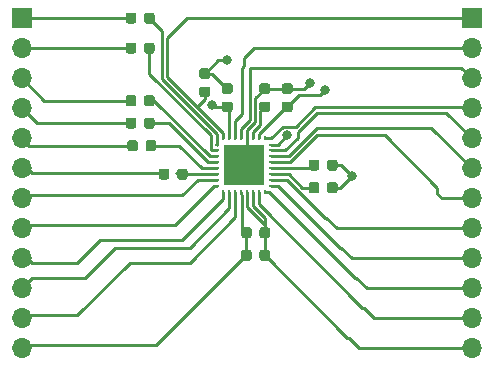
<source format=gtl>
%TF.GenerationSoftware,KiCad,Pcbnew,(5.1.9-0-10_14)*%
%TF.CreationDate,2021-08-20T09:16:23+02:00*%
%TF.ProjectId,WM8758B_breakout,574d3837-3538-4425-9f62-7265616b6f75,rev?*%
%TF.SameCoordinates,Original*%
%TF.FileFunction,Copper,L1,Top*%
%TF.FilePolarity,Positive*%
%FSLAX46Y46*%
G04 Gerber Fmt 4.6, Leading zero omitted, Abs format (unit mm)*
G04 Created by KiCad (PCBNEW (5.1.9-0-10_14)) date 2021-08-20 09:16:23*
%MOMM*%
%LPD*%
G01*
G04 APERTURE LIST*
%TA.AperFunction,ComponentPad*%
%ADD10O,1.700000X1.700000*%
%TD*%
%TA.AperFunction,ComponentPad*%
%ADD11R,1.700000X1.700000*%
%TD*%
%TA.AperFunction,SMDPad,CuDef*%
%ADD12R,0.400000X0.200000*%
%TD*%
%TA.AperFunction,SMDPad,CuDef*%
%ADD13R,0.200000X0.400000*%
%TD*%
%TA.AperFunction,SMDPad,CuDef*%
%ADD14R,0.862500X0.862500*%
%TD*%
%TA.AperFunction,ViaPad*%
%ADD15C,0.800000*%
%TD*%
%TA.AperFunction,Conductor*%
%ADD16C,0.250000*%
%TD*%
G04 APERTURE END LIST*
%TO.P,C19,2*%
%TO.N,Net-(C19-Pad2)*%
%TA.AperFunction,SMDPad,CuDef*%
G36*
G01*
X144965000Y-101850000D02*
X144965000Y-101350000D01*
G75*
G02*
X145190000Y-101125000I225000J0D01*
G01*
X145640000Y-101125000D01*
G75*
G02*
X145865000Y-101350000I0J-225000D01*
G01*
X145865000Y-101850000D01*
G75*
G02*
X145640000Y-102075000I-225000J0D01*
G01*
X145190000Y-102075000D01*
G75*
G02*
X144965000Y-101850000I0J225000D01*
G01*
G37*
%TD.AperFunction*%
%TO.P,C19,1*%
%TO.N,RIP*%
%TA.AperFunction,SMDPad,CuDef*%
G36*
G01*
X143415000Y-101850000D02*
X143415000Y-101350000D01*
G75*
G02*
X143640000Y-101125000I225000J0D01*
G01*
X144090000Y-101125000D01*
G75*
G02*
X144315000Y-101350000I0J-225000D01*
G01*
X144315000Y-101850000D01*
G75*
G02*
X144090000Y-102075000I-225000J0D01*
G01*
X143640000Y-102075000D01*
G75*
G02*
X143415000Y-101850000I0J225000D01*
G01*
G37*
%TD.AperFunction*%
%TD*%
%TO.P,C16,2*%
%TO.N,LIN*%
%TA.AperFunction,SMDPad,CuDef*%
G36*
G01*
X144315000Y-95000000D02*
X144315000Y-95500000D01*
G75*
G02*
X144090000Y-95725000I-225000J0D01*
G01*
X143640000Y-95725000D01*
G75*
G02*
X143415000Y-95500000I0J225000D01*
G01*
X143415000Y-95000000D01*
G75*
G02*
X143640000Y-94775000I225000J0D01*
G01*
X144090000Y-94775000D01*
G75*
G02*
X144315000Y-95000000I0J-225000D01*
G01*
G37*
%TD.AperFunction*%
%TO.P,C16,1*%
%TO.N,Net-(C16-Pad1)*%
%TA.AperFunction,SMDPad,CuDef*%
G36*
G01*
X145865000Y-95000000D02*
X145865000Y-95500000D01*
G75*
G02*
X145640000Y-95725000I-225000J0D01*
G01*
X145190000Y-95725000D01*
G75*
G02*
X144965000Y-95500000I0J225000D01*
G01*
X144965000Y-95000000D01*
G75*
G02*
X145190000Y-94775000I225000J0D01*
G01*
X145640000Y-94775000D01*
G75*
G02*
X145865000Y-95000000I0J-225000D01*
G01*
G37*
%TD.AperFunction*%
%TD*%
%TO.P,C15,2*%
%TO.N,LIP*%
%TA.AperFunction,SMDPad,CuDef*%
G36*
G01*
X144315000Y-92460000D02*
X144315000Y-92960000D01*
G75*
G02*
X144090000Y-93185000I-225000J0D01*
G01*
X143640000Y-93185000D01*
G75*
G02*
X143415000Y-92960000I0J225000D01*
G01*
X143415000Y-92460000D01*
G75*
G02*
X143640000Y-92235000I225000J0D01*
G01*
X144090000Y-92235000D01*
G75*
G02*
X144315000Y-92460000I0J-225000D01*
G01*
G37*
%TD.AperFunction*%
%TO.P,C15,1*%
%TO.N,Net-(C15-Pad1)*%
%TA.AperFunction,SMDPad,CuDef*%
G36*
G01*
X145865000Y-92460000D02*
X145865000Y-92960000D01*
G75*
G02*
X145640000Y-93185000I-225000J0D01*
G01*
X145190000Y-93185000D01*
G75*
G02*
X144965000Y-92960000I0J225000D01*
G01*
X144965000Y-92460000D01*
G75*
G02*
X145190000Y-92235000I225000J0D01*
G01*
X145640000Y-92235000D01*
G75*
G02*
X145865000Y-92460000I0J-225000D01*
G01*
G37*
%TD.AperFunction*%
%TD*%
%TO.P,C11,2*%
%TO.N,Net-(C11-Pad2)*%
%TA.AperFunction,SMDPad,CuDef*%
G36*
G01*
X145105000Y-103755000D02*
X145105000Y-103255000D01*
G75*
G02*
X145330000Y-103030000I225000J0D01*
G01*
X145780000Y-103030000D01*
G75*
G02*
X146005000Y-103255000I0J-225000D01*
G01*
X146005000Y-103755000D01*
G75*
G02*
X145780000Y-103980000I-225000J0D01*
G01*
X145330000Y-103980000D01*
G75*
G02*
X145105000Y-103755000I0J225000D01*
G01*
G37*
%TD.AperFunction*%
%TO.P,C11,1*%
%TO.N,RIN*%
%TA.AperFunction,SMDPad,CuDef*%
G36*
G01*
X143555000Y-103755000D02*
X143555000Y-103255000D01*
G75*
G02*
X143780000Y-103030000I225000J0D01*
G01*
X144230000Y-103030000D01*
G75*
G02*
X144455000Y-103255000I0J-225000D01*
G01*
X144455000Y-103755000D01*
G75*
G02*
X144230000Y-103980000I-225000J0D01*
G01*
X143780000Y-103980000D01*
G75*
G02*
X143555000Y-103755000I0J225000D01*
G01*
G37*
%TD.AperFunction*%
%TD*%
%TO.P,C1,2*%
%TO.N,GND*%
%TA.AperFunction,SMDPad,CuDef*%
G36*
G01*
X152269000Y-99116000D02*
X151769000Y-99116000D01*
G75*
G02*
X151544000Y-98891000I0J225000D01*
G01*
X151544000Y-98441000D01*
G75*
G02*
X151769000Y-98216000I225000J0D01*
G01*
X152269000Y-98216000D01*
G75*
G02*
X152494000Y-98441000I0J-225000D01*
G01*
X152494000Y-98891000D01*
G75*
G02*
X152269000Y-99116000I-225000J0D01*
G01*
G37*
%TD.AperFunction*%
%TO.P,C1,1*%
%TO.N,VDD*%
%TA.AperFunction,SMDPad,CuDef*%
G36*
G01*
X152269000Y-100666000D02*
X151769000Y-100666000D01*
G75*
G02*
X151544000Y-100441000I0J225000D01*
G01*
X151544000Y-99991000D01*
G75*
G02*
X151769000Y-99766000I225000J0D01*
G01*
X152269000Y-99766000D01*
G75*
G02*
X152494000Y-99991000I0J-225000D01*
G01*
X152494000Y-100441000D01*
G75*
G02*
X152269000Y-100666000I-225000J0D01*
G01*
G37*
%TD.AperFunction*%
%TD*%
%TO.P,C5,2*%
%TO.N,GND*%
%TA.AperFunction,SMDPad,CuDef*%
G36*
G01*
X155444000Y-99116000D02*
X154944000Y-99116000D01*
G75*
G02*
X154719000Y-98891000I0J225000D01*
G01*
X154719000Y-98441000D01*
G75*
G02*
X154944000Y-98216000I225000J0D01*
G01*
X155444000Y-98216000D01*
G75*
G02*
X155669000Y-98441000I0J-225000D01*
G01*
X155669000Y-98891000D01*
G75*
G02*
X155444000Y-99116000I-225000J0D01*
G01*
G37*
%TD.AperFunction*%
%TO.P,C5,1*%
%TO.N,Net-(C5-Pad1)*%
%TA.AperFunction,SMDPad,CuDef*%
G36*
G01*
X155444000Y-100666000D02*
X154944000Y-100666000D01*
G75*
G02*
X154719000Y-100441000I0J225000D01*
G01*
X154719000Y-99991000D01*
G75*
G02*
X154944000Y-99766000I225000J0D01*
G01*
X155444000Y-99766000D01*
G75*
G02*
X155669000Y-99991000I0J-225000D01*
G01*
X155669000Y-100441000D01*
G75*
G02*
X155444000Y-100666000I-225000J0D01*
G01*
G37*
%TD.AperFunction*%
%TD*%
%TO.P,C2,1*%
%TO.N,VDD*%
%TA.AperFunction,SMDPad,CuDef*%
G36*
G01*
X157349000Y-100666000D02*
X156849000Y-100666000D01*
G75*
G02*
X156624000Y-100441000I0J225000D01*
G01*
X156624000Y-99991000D01*
G75*
G02*
X156849000Y-99766000I225000J0D01*
G01*
X157349000Y-99766000D01*
G75*
G02*
X157574000Y-99991000I0J-225000D01*
G01*
X157574000Y-100441000D01*
G75*
G02*
X157349000Y-100666000I-225000J0D01*
G01*
G37*
%TD.AperFunction*%
%TO.P,C2,2*%
%TO.N,GND*%
%TA.AperFunction,SMDPad,CuDef*%
G36*
G01*
X157349000Y-99116000D02*
X156849000Y-99116000D01*
G75*
G02*
X156624000Y-98891000I0J225000D01*
G01*
X156624000Y-98441000D01*
G75*
G02*
X156849000Y-98216000I225000J0D01*
G01*
X157349000Y-98216000D01*
G75*
G02*
X157574000Y-98441000I0J-225000D01*
G01*
X157574000Y-98891000D01*
G75*
G02*
X157349000Y-99116000I-225000J0D01*
G01*
G37*
%TD.AperFunction*%
%TD*%
%TO.P,C6,1*%
%TO.N,MICBIAS*%
%TA.AperFunction,SMDPad,CuDef*%
G36*
G01*
X150364000Y-99396000D02*
X149864000Y-99396000D01*
G75*
G02*
X149639000Y-99171000I0J225000D01*
G01*
X149639000Y-98721000D01*
G75*
G02*
X149864000Y-98496000I225000J0D01*
G01*
X150364000Y-98496000D01*
G75*
G02*
X150589000Y-98721000I0J-225000D01*
G01*
X150589000Y-99171000D01*
G75*
G02*
X150364000Y-99396000I-225000J0D01*
G01*
G37*
%TD.AperFunction*%
%TO.P,C6,2*%
%TO.N,GND*%
%TA.AperFunction,SMDPad,CuDef*%
G36*
G01*
X150364000Y-97846000D02*
X149864000Y-97846000D01*
G75*
G02*
X149639000Y-97621000I0J225000D01*
G01*
X149639000Y-97171000D01*
G75*
G02*
X149864000Y-96946000I225000J0D01*
G01*
X150364000Y-96946000D01*
G75*
G02*
X150589000Y-97171000I0J-225000D01*
G01*
X150589000Y-97621000D01*
G75*
G02*
X150364000Y-97846000I-225000J0D01*
G01*
G37*
%TD.AperFunction*%
%TD*%
%TO.P,C13,1*%
%TO.N,Net-(C13-Pad1)*%
%TA.AperFunction,SMDPad,CuDef*%
G36*
G01*
X158909000Y-105406000D02*
X158909000Y-104906000D01*
G75*
G02*
X159134000Y-104681000I225000J0D01*
G01*
X159584000Y-104681000D01*
G75*
G02*
X159809000Y-104906000I0J-225000D01*
G01*
X159809000Y-105406000D01*
G75*
G02*
X159584000Y-105631000I-225000J0D01*
G01*
X159134000Y-105631000D01*
G75*
G02*
X158909000Y-105406000I0J225000D01*
G01*
G37*
%TD.AperFunction*%
%TO.P,C13,2*%
%TO.N,GND*%
%TA.AperFunction,SMDPad,CuDef*%
G36*
G01*
X160459000Y-105406000D02*
X160459000Y-104906000D01*
G75*
G02*
X160684000Y-104681000I225000J0D01*
G01*
X161134000Y-104681000D01*
G75*
G02*
X161359000Y-104906000I0J-225000D01*
G01*
X161359000Y-105406000D01*
G75*
G02*
X161134000Y-105631000I-225000J0D01*
G01*
X160684000Y-105631000D01*
G75*
G02*
X160459000Y-105406000I0J225000D01*
G01*
G37*
%TD.AperFunction*%
%TD*%
%TO.P,C12,2*%
%TO.N,Net-(C12-Pad2)*%
%TA.AperFunction,SMDPad,CuDef*%
G36*
G01*
X159809000Y-106811000D02*
X159809000Y-107311000D01*
G75*
G02*
X159584000Y-107536000I-225000J0D01*
G01*
X159134000Y-107536000D01*
G75*
G02*
X158909000Y-107311000I0J225000D01*
G01*
X158909000Y-106811000D01*
G75*
G02*
X159134000Y-106586000I225000J0D01*
G01*
X159584000Y-106586000D01*
G75*
G02*
X159809000Y-106811000I0J-225000D01*
G01*
G37*
%TD.AperFunction*%
%TO.P,C12,1*%
%TO.N,GND*%
%TA.AperFunction,SMDPad,CuDef*%
G36*
G01*
X161359000Y-106811000D02*
X161359000Y-107311000D01*
G75*
G02*
X161134000Y-107536000I-225000J0D01*
G01*
X160684000Y-107536000D01*
G75*
G02*
X160459000Y-107311000I0J225000D01*
G01*
X160459000Y-106811000D01*
G75*
G02*
X160684000Y-106586000I225000J0D01*
G01*
X161134000Y-106586000D01*
G75*
G02*
X161359000Y-106811000I0J-225000D01*
G01*
G37*
%TD.AperFunction*%
%TD*%
%TO.P,C3,2*%
%TO.N,VDD*%
%TA.AperFunction,SMDPad,CuDef*%
G36*
G01*
X154744000Y-111121000D02*
X154744000Y-110621000D01*
G75*
G02*
X154969000Y-110396000I225000J0D01*
G01*
X155419000Y-110396000D01*
G75*
G02*
X155644000Y-110621000I0J-225000D01*
G01*
X155644000Y-111121000D01*
G75*
G02*
X155419000Y-111346000I-225000J0D01*
G01*
X154969000Y-111346000D01*
G75*
G02*
X154744000Y-111121000I0J225000D01*
G01*
G37*
%TD.AperFunction*%
%TO.P,C3,1*%
%TO.N,GND*%
%TA.AperFunction,SMDPad,CuDef*%
G36*
G01*
X153194000Y-111121000D02*
X153194000Y-110621000D01*
G75*
G02*
X153419000Y-110396000I225000J0D01*
G01*
X153869000Y-110396000D01*
G75*
G02*
X154094000Y-110621000I0J-225000D01*
G01*
X154094000Y-111121000D01*
G75*
G02*
X153869000Y-111346000I-225000J0D01*
G01*
X153419000Y-111346000D01*
G75*
G02*
X153194000Y-111121000I0J225000D01*
G01*
G37*
%TD.AperFunction*%
%TD*%
%TO.P,C4,1*%
%TO.N,GND*%
%TA.AperFunction,SMDPad,CuDef*%
G36*
G01*
X153194000Y-113026000D02*
X153194000Y-112526000D01*
G75*
G02*
X153419000Y-112301000I225000J0D01*
G01*
X153869000Y-112301000D01*
G75*
G02*
X154094000Y-112526000I0J-225000D01*
G01*
X154094000Y-113026000D01*
G75*
G02*
X153869000Y-113251000I-225000J0D01*
G01*
X153419000Y-113251000D01*
G75*
G02*
X153194000Y-113026000I0J225000D01*
G01*
G37*
%TD.AperFunction*%
%TO.P,C4,2*%
%TO.N,VDD*%
%TA.AperFunction,SMDPad,CuDef*%
G36*
G01*
X154744000Y-113026000D02*
X154744000Y-112526000D01*
G75*
G02*
X154969000Y-112301000I225000J0D01*
G01*
X155419000Y-112301000D01*
G75*
G02*
X155644000Y-112526000I0J-225000D01*
G01*
X155644000Y-113026000D01*
G75*
G02*
X155419000Y-113251000I-225000J0D01*
G01*
X154969000Y-113251000D01*
G75*
G02*
X154744000Y-113026000I0J225000D01*
G01*
G37*
%TD.AperFunction*%
%TD*%
%TO.P,C10,1*%
%TO.N,Net-(C10-Pad1)*%
%TA.AperFunction,SMDPad,CuDef*%
G36*
G01*
X145865000Y-99445000D02*
X145865000Y-99945000D01*
G75*
G02*
X145640000Y-100170000I-225000J0D01*
G01*
X145190000Y-100170000D01*
G75*
G02*
X144965000Y-99945000I0J225000D01*
G01*
X144965000Y-99445000D01*
G75*
G02*
X145190000Y-99220000I225000J0D01*
G01*
X145640000Y-99220000D01*
G75*
G02*
X145865000Y-99445000I0J-225000D01*
G01*
G37*
%TD.AperFunction*%
%TO.P,C10,2*%
%TO.N,L2_GPIO2*%
%TA.AperFunction,SMDPad,CuDef*%
G36*
G01*
X144315000Y-99445000D02*
X144315000Y-99945000D01*
G75*
G02*
X144090000Y-100170000I-225000J0D01*
G01*
X143640000Y-100170000D01*
G75*
G02*
X143415000Y-99945000I0J225000D01*
G01*
X143415000Y-99445000D01*
G75*
G02*
X143640000Y-99220000I225000J0D01*
G01*
X144090000Y-99220000D01*
G75*
G02*
X144315000Y-99445000I0J-225000D01*
G01*
G37*
%TD.AperFunction*%
%TD*%
%TO.P,C8,2*%
%TO.N,R2_GPIO3*%
%TA.AperFunction,SMDPad,CuDef*%
G36*
G01*
X147109000Y-105668000D02*
X147109000Y-106168000D01*
G75*
G02*
X146884000Y-106393000I-225000J0D01*
G01*
X146434000Y-106393000D01*
G75*
G02*
X146209000Y-106168000I0J225000D01*
G01*
X146209000Y-105668000D01*
G75*
G02*
X146434000Y-105443000I225000J0D01*
G01*
X146884000Y-105443000D01*
G75*
G02*
X147109000Y-105668000I0J-225000D01*
G01*
G37*
%TD.AperFunction*%
%TO.P,C8,1*%
%TO.N,Net-(C8-Pad1)*%
%TA.AperFunction,SMDPad,CuDef*%
G36*
G01*
X148659000Y-105668000D02*
X148659000Y-106168000D01*
G75*
G02*
X148434000Y-106393000I-225000J0D01*
G01*
X147984000Y-106393000D01*
G75*
G02*
X147759000Y-106168000I0J225000D01*
G01*
X147759000Y-105668000D01*
G75*
G02*
X147984000Y-105443000I225000J0D01*
G01*
X148434000Y-105443000D01*
G75*
G02*
X148659000Y-105668000I0J-225000D01*
G01*
G37*
%TD.AperFunction*%
%TD*%
D10*
%TO.P,J1,12*%
%TO.N,GND*%
X134620000Y-120650000D03*
%TO.P,J1,11*%
%TO.N,MCLK*%
X134620000Y-118110000D03*
%TO.P,J1,10*%
%TO.N,DACDAT*%
X134620000Y-115570000D03*
%TO.P,J1,9*%
%TO.N,ADCDAT*%
X134620000Y-113030000D03*
%TO.P,J1,8*%
%TO.N,BCLK*%
X134620000Y-110490000D03*
%TO.P,J1,7*%
%TO.N,LRC*%
X134620000Y-107950000D03*
%TO.P,J1,6*%
%TO.N,R2_GPIO3*%
X134620000Y-105410000D03*
%TO.P,J1,5*%
%TO.N,RIN*%
X134620000Y-102870000D03*
%TO.P,J1,4*%
%TO.N,RIP*%
X134620000Y-100330000D03*
%TO.P,J1,3*%
%TO.N,L2_GPIO2*%
X134620000Y-97790000D03*
%TO.P,J1,2*%
%TO.N,LIN*%
X134620000Y-95250000D03*
D11*
%TO.P,J1,1*%
%TO.N,LIP*%
X134620000Y-92710000D03*
%TD*%
%TO.P,J2,1*%
%TO.N,MICBIAS*%
X172720000Y-92710000D03*
D10*
%TO.P,J2,2*%
%TO.N,LOUT1*%
X172720000Y-95250000D03*
%TO.P,J2,3*%
%TO.N,ROUT1*%
X172720000Y-97790000D03*
%TO.P,J2,4*%
%TO.N,LOUT2*%
X172720000Y-100330000D03*
%TO.P,J2,5*%
%TO.N,ROUT2*%
X172720000Y-102870000D03*
%TO.P,J2,6*%
%TO.N,OUT3*%
X172720000Y-105410000D03*
%TO.P,J2,7*%
%TO.N,OUT4*%
X172720000Y-107950000D03*
%TO.P,J2,8*%
%TO.N,MODE*%
X172720000Y-110490000D03*
%TO.P,J2,9*%
%TO.N,SDIN*%
X172720000Y-113030000D03*
%TO.P,J2,10*%
%TO.N,SCLK*%
X172720000Y-115570000D03*
%TO.P,J2,11*%
%TO.N,CSB_GPIO1*%
X172720000Y-118110000D03*
%TO.P,J2,12*%
%TO.N,VDD*%
X172720000Y-120650000D03*
%TD*%
D12*
%TO.P,U1,1*%
%TO.N,Net-(C15-Pad1)*%
X151138999Y-103406001D03*
%TO.P,U1,2*%
%TO.N,Net-(C16-Pad1)*%
X151138999Y-103906001D03*
%TO.P,U1,3*%
%TO.N,Net-(C10-Pad1)*%
X151138999Y-104406001D03*
%TO.P,U1,4*%
%TO.N,Net-(C19-Pad2)*%
X151138999Y-104906001D03*
%TO.P,U1,5*%
%TO.N,Net-(C11-Pad2)*%
X151138999Y-105406001D03*
%TO.P,U1,6*%
%TO.N,Net-(C8-Pad1)*%
X151138999Y-105906001D03*
%TO.P,U1,7*%
%TO.N,LRC*%
X151138999Y-106406001D03*
%TO.P,U1,8*%
%TO.N,BCLK*%
X151138999Y-106906001D03*
D13*
%TO.P,U1,9*%
%TO.N,ADCDAT*%
X151688999Y-107456001D03*
%TO.P,U1,10*%
%TO.N,DACDAT*%
X152188999Y-107456001D03*
%TO.P,U1,11*%
%TO.N,MCLK*%
X152688999Y-107456001D03*
%TO.P,U1,12*%
%TO.N,GND*%
X153188999Y-107456001D03*
%TO.P,U1,13*%
%TO.N,VDD*%
X153688999Y-107456001D03*
%TO.P,U1,14*%
X154188999Y-107456001D03*
%TO.P,U1,15*%
%TO.N,CSB_GPIO1*%
X154688999Y-107456001D03*
%TO.P,U1,16*%
%TO.N,SCLK*%
X155188999Y-107456001D03*
D12*
%TO.P,U1,17*%
%TO.N,SDIN*%
X155738999Y-106906001D03*
%TO.P,U1,18*%
%TO.N,MODE*%
X155738999Y-106406001D03*
%TO.P,U1,19*%
%TO.N,Net-(C12-Pad2)*%
X155738999Y-105906001D03*
%TO.P,U1,20*%
%TO.N,Net-(C13-Pad1)*%
X155738999Y-105406001D03*
%TO.P,U1,21*%
%TO.N,OUT4*%
X155738999Y-104906001D03*
%TO.P,U1,22*%
%TO.N,OUT3*%
X155738999Y-104406001D03*
%TO.P,U1,23*%
%TO.N,ROUT2*%
X155738999Y-103906001D03*
%TO.P,U1,24*%
%TO.N,GND*%
X155738999Y-103406001D03*
D13*
%TO.P,U1,25*%
%TO.N,LOUT2*%
X155188999Y-102856001D03*
%TO.P,U1,26*%
%TO.N,VDD*%
X154688999Y-102856001D03*
%TO.P,U1,27*%
%TO.N,Net-(C5-Pad1)*%
X154188999Y-102856001D03*
%TO.P,U1,28*%
%TO.N,GND*%
X153688999Y-102856001D03*
%TO.P,U1,29*%
%TO.N,ROUT1*%
X153188999Y-102856001D03*
%TO.P,U1,30*%
%TO.N,LOUT1*%
X152688999Y-102856001D03*
%TO.P,U1,31*%
%TO.N,VDD*%
X152188999Y-102856001D03*
%TO.P,U1,32*%
%TO.N,MICBIAS*%
X151688999Y-102856001D03*
D14*
%TO.P,U1,33*%
%TO.N,GND*%
X152145249Y-103862251D03*
X152145249Y-104724751D03*
X152145249Y-105587251D03*
X152145249Y-106449751D03*
X153007749Y-103862251D03*
X153007749Y-104724751D03*
X153007749Y-105587251D03*
X153007749Y-106449751D03*
X153870249Y-103862251D03*
X153870249Y-104724751D03*
X153870249Y-105587251D03*
X153870249Y-106449751D03*
X154732749Y-103862251D03*
X154732749Y-104724751D03*
X154732749Y-105587251D03*
X154732749Y-106449751D03*
%TD*%
D15*
%TO.N,GND*%
X162560000Y-106045000D03*
X159004000Y-98171000D03*
X152019000Y-96266000D03*
X157099000Y-102616000D03*
%TO.N,VDD*%
X150749000Y-100076000D03*
X160274000Y-98806000D03*
%TD*%
D16*
%TO.N,GND*%
X153238989Y-110465989D02*
X153644000Y-110871000D01*
X153238989Y-107645989D02*
X153238989Y-110465989D01*
X153188999Y-107595999D02*
X153238989Y-107645989D01*
X153188999Y-107456001D02*
X153188999Y-107595999D01*
X153644000Y-110871000D02*
X153644000Y-112776000D01*
X146024000Y-120396000D02*
X134874000Y-120396000D01*
X153644000Y-112776000D02*
X146024000Y-120396000D01*
X156308999Y-103406001D02*
X157099000Y-102616000D01*
X155738999Y-103406001D02*
X156308999Y-103406001D01*
X155194000Y-98666000D02*
X157099000Y-98666000D01*
X158509000Y-98666000D02*
X159004000Y-98171000D01*
X157099000Y-98666000D02*
X158509000Y-98666000D01*
X151244000Y-96266000D02*
X150114000Y-97396000D01*
X152019000Y-96266000D02*
X151244000Y-96266000D01*
X150749000Y-97396000D02*
X152019000Y-98666000D01*
X150114000Y-97396000D02*
X150749000Y-97396000D01*
X154374010Y-99485990D02*
X155194000Y-98666000D01*
X154374010Y-101532400D02*
X154374010Y-99485990D01*
X153688999Y-102217411D02*
X154374010Y-101532400D01*
X153688999Y-102856001D02*
X153688999Y-102217411D01*
X153688999Y-103681001D02*
X153870249Y-103862251D01*
X153688999Y-102856001D02*
X153688999Y-103681001D01*
X154732749Y-103862251D02*
X154732749Y-104724751D01*
X154732749Y-104724751D02*
X154732749Y-105587251D01*
X154732749Y-106449751D02*
X153870249Y-106449751D01*
X153870249Y-105587251D02*
X154732749Y-105587251D01*
X154732749Y-105587251D02*
X154732749Y-106449751D01*
X154732749Y-104724751D02*
X152145249Y-104724751D01*
X154732749Y-103862251D02*
X152145249Y-103862251D01*
X153870249Y-105587251D02*
X152145249Y-105587251D01*
X153870249Y-106449751D02*
X152145249Y-106449751D01*
X161671000Y-105156000D02*
X162560000Y-106045000D01*
X160909000Y-105156000D02*
X161671000Y-105156000D01*
X161544000Y-107061000D02*
X162560000Y-106045000D01*
X160909000Y-107061000D02*
X161544000Y-107061000D01*
%TO.N,VDD*%
X152188999Y-102856001D02*
X152188999Y-100385999D01*
X152188999Y-100385999D02*
X152019000Y-100216000D01*
X154188999Y-107456001D02*
X154188999Y-108597409D01*
X155194000Y-109602410D02*
X155194000Y-110871000D01*
X154188999Y-108597409D02*
X155194000Y-109602410D01*
X153688999Y-107456001D02*
X153688999Y-108730999D01*
X155194000Y-110236000D02*
X155194000Y-110871000D01*
X153688999Y-108730999D02*
X155194000Y-110236000D01*
X155194000Y-110871000D02*
X155194000Y-112776000D01*
X155194000Y-112776000D02*
X162179000Y-119761000D01*
X156963230Y-100216000D02*
X157099000Y-100216000D01*
X154688999Y-102490231D02*
X156963230Y-100216000D01*
X154688999Y-102856001D02*
X154688999Y-102490231D01*
X159874001Y-99205999D02*
X160274000Y-98806000D01*
X158109001Y-99205999D02*
X159874001Y-99205999D01*
X157099000Y-100216000D02*
X158109001Y-99205999D01*
X150889000Y-100216000D02*
X150749000Y-100076000D01*
X152019000Y-100216000D02*
X150889000Y-100216000D01*
X163195000Y-120650000D02*
X172720000Y-120650000D01*
X162306000Y-119761000D02*
X163195000Y-120650000D01*
X162179000Y-119761000D02*
X162306000Y-119761000D01*
%TO.N,MICBIAS*%
X151688999Y-102856001D02*
X151688999Y-102425999D01*
X151688999Y-102425999D02*
X149479000Y-100216000D01*
X150114000Y-99581000D02*
X149479000Y-100216000D01*
X150114000Y-98946000D02*
X150114000Y-99581000D01*
X148590000Y-92710000D02*
X172720000Y-92710000D01*
X146939000Y-97676000D02*
X146939000Y-94361000D01*
X146939000Y-94361000D02*
X148590000Y-92710000D01*
X149479000Y-100216000D02*
X146939000Y-97676000D01*
%TO.N,Net-(C5-Pad1)*%
X154188999Y-102353821D02*
X154824020Y-101718800D01*
X154188999Y-102856001D02*
X154188999Y-102353821D01*
X154824020Y-100585980D02*
X155194000Y-100216000D01*
X154824020Y-101718800D02*
X154824020Y-100585980D01*
%TO.N,L2_GPIO2*%
X136525000Y-99695000D02*
X134620000Y-97790000D01*
X143865000Y-99695000D02*
X136525000Y-99695000D01*
%TO.N,R2_GPIO3*%
X146532000Y-105791000D02*
X146659000Y-105918000D01*
X135509000Y-105791000D02*
X146532000Y-105791000D01*
X134874000Y-105156000D02*
X135509000Y-105791000D01*
%TO.N,Net-(C10-Pad1)*%
X145841588Y-99695000D02*
X145415000Y-99695000D01*
X150552589Y-104406001D02*
X145841588Y-99695000D01*
X151138999Y-104406001D02*
X150552589Y-104406001D01*
%TO.N,DACDAT*%
X152188999Y-107456001D02*
X152188999Y-108796001D01*
X135509000Y-114681000D02*
X134874000Y-115316000D01*
X139954000Y-114681000D02*
X135509000Y-114681000D01*
X142494000Y-112141000D02*
X139954000Y-114681000D01*
X148844000Y-112141000D02*
X142494000Y-112141000D01*
X152188999Y-108796001D02*
X148844000Y-112141000D01*
%TO.N,ADCDAT*%
X151688999Y-107456001D02*
X151688999Y-108026001D01*
X135509000Y-113411000D02*
X134874000Y-112776000D01*
X139319000Y-113411000D02*
X135509000Y-113411000D01*
X141224000Y-111506000D02*
X139319000Y-113411000D01*
X148209000Y-111506000D02*
X141224000Y-111506000D01*
X151688999Y-108026001D02*
X148209000Y-111506000D01*
%TO.N,BCLK*%
X151138999Y-106906001D02*
X150903999Y-106906001D01*
X147574000Y-110236000D02*
X134874000Y-110236000D01*
X150903999Y-106906001D02*
X147574000Y-110236000D01*
%TO.N,LRC*%
X151138999Y-106406001D02*
X149498999Y-106406001D01*
X148209000Y-107696000D02*
X134874000Y-107696000D01*
X149498999Y-106406001D02*
X148209000Y-107696000D01*
%TO.N,RIN*%
X135255000Y-103505000D02*
X134620000Y-102870000D01*
X144005000Y-103505000D02*
X135255000Y-103505000D01*
%TO.N,RIP*%
X135890000Y-101600000D02*
X134620000Y-100330000D01*
X143865000Y-101600000D02*
X135890000Y-101600000D01*
%TO.N,LIN*%
X135041771Y-95163771D02*
X134874000Y-94996000D01*
X143865000Y-95250000D02*
X134620000Y-95250000D01*
%TO.N,LIP*%
X143865000Y-92710000D02*
X134620000Y-92710000D01*
%TO.N,LOUT1*%
X152688999Y-102856001D02*
X152688999Y-101380999D01*
X153289000Y-100780998D02*
X153289000Y-96901000D01*
X152688999Y-101380999D02*
X153289000Y-100780998D01*
X153473990Y-96716010D02*
X153473990Y-96081010D01*
X153289000Y-96901000D02*
X153473990Y-96716010D01*
X154305000Y-95250000D02*
X172720000Y-95250000D01*
X153473990Y-96081010D02*
X154305000Y-95250000D01*
%TO.N,ROUT1*%
X153188999Y-102856001D02*
X153188999Y-102081001D01*
X153188999Y-102081001D02*
X153924000Y-101346000D01*
X153925410Y-96901000D02*
X153924705Y-96901705D01*
X153924000Y-96902410D02*
X153925410Y-96901000D01*
X153924000Y-101346000D02*
X153924000Y-96902410D01*
X171832410Y-96902410D02*
X172720000Y-97790000D01*
X153924000Y-96902410D02*
X171832410Y-96902410D01*
%TO.N,LOUT2*%
X155188999Y-102856001D02*
X155736592Y-102856001D01*
X157822591Y-101890999D02*
X159452600Y-100260990D01*
X156701594Y-101890999D02*
X157822591Y-101890999D01*
X155736592Y-102856001D02*
X156701594Y-101890999D01*
X172650990Y-100260990D02*
X172720000Y-100330000D01*
X159452600Y-100260990D02*
X172650990Y-100260990D01*
%TO.N,ROUT2*%
X159639000Y-100711000D02*
X170561000Y-100711000D01*
X170561000Y-100711000D02*
X172720000Y-102870000D01*
X156882001Y-103906001D02*
X157971262Y-102816740D01*
X157971262Y-102378738D02*
X159639000Y-100711000D01*
X157971262Y-102816740D02*
X157971262Y-102378738D01*
X155738999Y-103906001D02*
X156882001Y-103906001D01*
%TO.N,OUT3*%
X169291000Y-101981000D02*
X172720000Y-105410000D01*
X159639000Y-101981000D02*
X169291000Y-101981000D01*
X157213999Y-104406001D02*
X159639000Y-101981000D01*
X155738999Y-104406001D02*
X157213999Y-104406001D01*
%TO.N,OUT4*%
X155738999Y-104906001D02*
X157350409Y-104906001D01*
X157350409Y-104906001D02*
X159640410Y-102616000D01*
X159640410Y-102616000D02*
X165354000Y-102616000D01*
X165354000Y-102616000D02*
X169799000Y-107061000D01*
X169799000Y-107061000D02*
X169799000Y-107569000D01*
X170180000Y-107950000D02*
X172720000Y-107950000D01*
X169799000Y-107569000D02*
X170180000Y-107950000D01*
%TO.N,MODE*%
X161290000Y-110490000D02*
X172720000Y-110490000D01*
X160401000Y-109601000D02*
X161290000Y-110490000D01*
X157079001Y-106406001D02*
X160274000Y-109601000D01*
X160274000Y-109601000D02*
X160401000Y-109601000D01*
X155738999Y-106406001D02*
X157079001Y-106406001D01*
%TO.N,SDIN*%
X155738999Y-106906001D02*
X156309001Y-106906001D01*
X156309001Y-106906001D02*
X161544000Y-112141000D01*
X161544000Y-112141000D02*
X161671000Y-112141000D01*
X162560000Y-113030000D02*
X172720000Y-113030000D01*
X161671000Y-112141000D02*
X162560000Y-113030000D01*
%TO.N,SCLK*%
X155188999Y-107456001D02*
X155589001Y-107456001D01*
X155589001Y-107456001D02*
X162814000Y-114681000D01*
X162814000Y-114681000D02*
X162941000Y-114681000D01*
X162941000Y-114681000D02*
X163830000Y-115570000D01*
X163830000Y-115570000D02*
X172720000Y-115570000D01*
%TO.N,CSB_GPIO1*%
X154688999Y-107456001D02*
X154688999Y-108460999D01*
X154688999Y-108460999D02*
X163449000Y-117221000D01*
X163449000Y-117221000D02*
X163576000Y-117221000D01*
X164465000Y-118110000D02*
X172720000Y-118110000D01*
X163576000Y-117221000D02*
X164465000Y-118110000D01*
%TO.N,MCLK*%
X152688999Y-107456001D02*
X152688999Y-109566001D01*
X139319000Y-117856000D02*
X134874000Y-117856000D01*
X143764000Y-113411000D02*
X139319000Y-117856000D01*
X148844000Y-113411000D02*
X143764000Y-113411000D01*
X152688999Y-109566001D02*
X148844000Y-113411000D01*
%TO.N,Net-(C8-Pad1)*%
X151138999Y-105906001D02*
X147829001Y-105906001D01*
X147829001Y-105906001D02*
X147714000Y-105791000D01*
%TO.N,Net-(C12-Pad2)*%
X155738999Y-105906001D02*
X157215411Y-105906001D01*
X158370410Y-107061000D02*
X159359000Y-107061000D01*
X157215411Y-105906001D02*
X158370410Y-107061000D01*
%TO.N,Net-(C13-Pad1)*%
X159108999Y-105406001D02*
X159359000Y-105156000D01*
X155738999Y-105406001D02*
X159108999Y-105406001D01*
%TO.N,Net-(C11-Pad2)*%
X151138999Y-105406001D02*
X149863999Y-105406001D01*
X147962998Y-103505000D02*
X145555000Y-103505000D01*
X149863999Y-105406001D02*
X147962998Y-103505000D01*
%TO.N,Net-(C15-Pad1)*%
X151138999Y-103406001D02*
X151138999Y-102512409D01*
X146488990Y-93783990D02*
X145415000Y-92710000D01*
X146488990Y-97862400D02*
X146488990Y-93783990D01*
X151138999Y-102512409D02*
X146488990Y-97862400D01*
%TO.N,Net-(C16-Pad1)*%
X150613998Y-102623818D02*
X145415000Y-97424820D01*
X145415000Y-97424820D02*
X145415000Y-95250000D01*
X150613998Y-103831000D02*
X150613998Y-102623818D01*
X150688999Y-103906001D02*
X150613998Y-103831000D01*
X151138999Y-103906001D02*
X150688999Y-103906001D01*
%TO.N,Net-(C19-Pad2)*%
X151138999Y-104906001D02*
X150416179Y-104906001D01*
X147110178Y-101600000D02*
X145415000Y-101600000D01*
X150416179Y-104906001D02*
X147110178Y-101600000D01*
%TD*%
M02*

</source>
